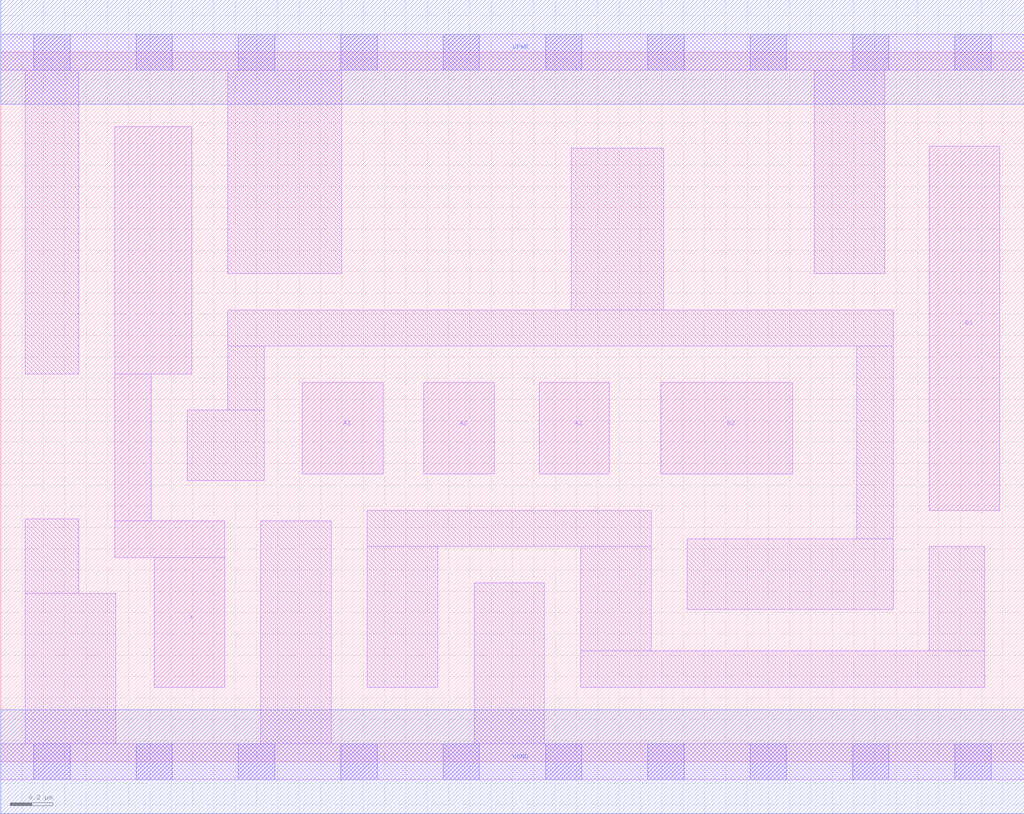
<source format=lef>
# Copyright 2020 The SkyWater PDK Authors
#
# Licensed under the Apache License, Version 2.0 (the "License");
# you may not use this file except in compliance with the License.
# You may obtain a copy of the License at
#
#     https://www.apache.org/licenses/LICENSE-2.0
#
# Unless required by applicable law or agreed to in writing, software
# distributed under the License is distributed on an "AS IS" BASIS,
# WITHOUT WARRANTIES OR CONDITIONS OF ANY KIND, either express or implied.
# See the License for the specific language governing permissions and
# limitations under the License.
#
# SPDX-License-Identifier: Apache-2.0

VERSION 5.7 ;
  NAMESCASESENSITIVE ON ;
  NOWIREEXTENSIONATPIN ON ;
  DIVIDERCHAR "/" ;
  BUSBITCHARS "[]" ;
UNITS
  DATABASE MICRONS 200 ;
END UNITS
MACRO sky130_fd_sc_ls__o32a_2
  CLASS CORE ;
  SOURCE USER ;
  FOREIGN sky130_fd_sc_ls__o32a_2 ;
  ORIGIN  0.000000  0.000000 ;
  SIZE  4.800000 BY  3.330000 ;
  SYMMETRY X Y ;
  SITE unit ;
  PIN A1
    ANTENNAGATEAREA  0.261000 ;
    DIRECTION INPUT ;
    USE SIGNAL ;
    PORT
      LAYER li1 ;
        RECT 1.415000 1.350000 1.795000 1.780000 ;
    END
  END A1
  PIN A2
    ANTENNAGATEAREA  0.261000 ;
    DIRECTION INPUT ;
    USE SIGNAL ;
    PORT
      LAYER li1 ;
        RECT 1.985000 1.350000 2.315000 1.780000 ;
    END
  END A2
  PIN A3
    ANTENNAGATEAREA  0.261000 ;
    DIRECTION INPUT ;
    USE SIGNAL ;
    PORT
      LAYER li1 ;
        RECT 2.525000 1.350000 2.855000 1.780000 ;
    END
  END A3
  PIN B1
    ANTENNAGATEAREA  0.261000 ;
    DIRECTION INPUT ;
    USE SIGNAL ;
    PORT
      LAYER li1 ;
        RECT 4.355000 1.180000 4.685000 2.890000 ;
    END
  END B1
  PIN B2
    ANTENNAGATEAREA  0.261000 ;
    DIRECTION INPUT ;
    USE SIGNAL ;
    PORT
      LAYER li1 ;
        RECT 3.095000 1.350000 3.715000 1.780000 ;
    END
  END B2
  PIN X
    ANTENNADIFFAREA  0.543200 ;
    DIRECTION OUTPUT ;
    USE SIGNAL ;
    PORT
      LAYER li1 ;
        RECT 0.535000 0.960000 1.050000 1.130000 ;
        RECT 0.535000 1.130000 0.705000 1.820000 ;
        RECT 0.535000 1.820000 0.895000 2.980000 ;
        RECT 0.720000 0.350000 1.050000 0.960000 ;
    END
  END X
  PIN VGND
    DIRECTION INOUT ;
    SHAPE ABUTMENT ;
    USE GROUND ;
    PORT
      LAYER met1 ;
        RECT 0.000000 -0.245000 4.800000 0.245000 ;
    END
  END VGND
  PIN VPWR
    DIRECTION INOUT ;
    SHAPE ABUTMENT ;
    USE POWER ;
    PORT
      LAYER met1 ;
        RECT 0.000000 3.085000 4.800000 3.575000 ;
    END
  END VPWR
  OBS
    LAYER li1 ;
      RECT 0.000000 -0.085000 4.800000 0.085000 ;
      RECT 0.000000  3.245000 4.800000 3.415000 ;
      RECT 0.115000  0.085000 0.540000 0.790000 ;
      RECT 0.115000  0.790000 0.365000 1.140000 ;
      RECT 0.115000  1.820000 0.365000 3.245000 ;
      RECT 0.875000  1.320000 1.235000 1.650000 ;
      RECT 1.065000  1.650000 1.235000 1.950000 ;
      RECT 1.065000  1.950000 4.185000 2.120000 ;
      RECT 1.065000  2.290000 1.600000 3.245000 ;
      RECT 1.220000  0.085000 1.550000 1.130000 ;
      RECT 1.720000  0.350000 2.050000 1.010000 ;
      RECT 1.720000  1.010000 3.050000 1.180000 ;
      RECT 2.220000  0.085000 2.550000 0.840000 ;
      RECT 2.675000  2.120000 3.110000 2.880000 ;
      RECT 2.720000  0.350000 4.615000 0.520000 ;
      RECT 2.720000  0.520000 3.050000 1.010000 ;
      RECT 3.220000  0.715000 4.185000 1.045000 ;
      RECT 3.815000  2.290000 4.145000 3.245000 ;
      RECT 4.015000  1.045000 4.185000 1.950000 ;
      RECT 4.355000  0.520000 4.615000 1.010000 ;
    LAYER mcon ;
      RECT 0.155000 -0.085000 0.325000 0.085000 ;
      RECT 0.155000  3.245000 0.325000 3.415000 ;
      RECT 0.635000 -0.085000 0.805000 0.085000 ;
      RECT 0.635000  3.245000 0.805000 3.415000 ;
      RECT 1.115000 -0.085000 1.285000 0.085000 ;
      RECT 1.115000  3.245000 1.285000 3.415000 ;
      RECT 1.595000 -0.085000 1.765000 0.085000 ;
      RECT 1.595000  3.245000 1.765000 3.415000 ;
      RECT 2.075000 -0.085000 2.245000 0.085000 ;
      RECT 2.075000  3.245000 2.245000 3.415000 ;
      RECT 2.555000 -0.085000 2.725000 0.085000 ;
      RECT 2.555000  3.245000 2.725000 3.415000 ;
      RECT 3.035000 -0.085000 3.205000 0.085000 ;
      RECT 3.035000  3.245000 3.205000 3.415000 ;
      RECT 3.515000 -0.085000 3.685000 0.085000 ;
      RECT 3.515000  3.245000 3.685000 3.415000 ;
      RECT 3.995000 -0.085000 4.165000 0.085000 ;
      RECT 3.995000  3.245000 4.165000 3.415000 ;
      RECT 4.475000 -0.085000 4.645000 0.085000 ;
      RECT 4.475000  3.245000 4.645000 3.415000 ;
  END
END sky130_fd_sc_ls__o32a_2

</source>
